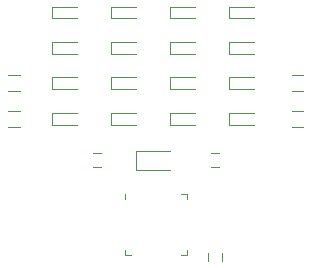
<source format=gbo>
G04 #@! TF.GenerationSoftware,KiCad,Pcbnew,5.1.9*
G04 #@! TF.CreationDate,2021-04-30T23:25:29+02:00*
G04 #@! TF.ProjectId,Watch,57617463-682e-46b6-9963-61645f706362,rev?*
G04 #@! TF.SameCoordinates,Original*
G04 #@! TF.FileFunction,Legend,Bot*
G04 #@! TF.FilePolarity,Positive*
%FSLAX46Y46*%
G04 Gerber Fmt 4.6, Leading zero omitted, Abs format (unit mm)*
G04 Created by KiCad (PCBNEW 5.1.9) date 2021-04-30 23:25:29*
%MOMM*%
%LPD*%
G01*
G04 APERTURE LIST*
%ADD10C,0.120000*%
G04 APERTURE END LIST*
D10*
X143094000Y-111536000D02*
X143094000Y-110836000D01*
X141894000Y-110836000D02*
X141894000Y-111536000D01*
X142150000Y-103600000D02*
X142850000Y-103600000D01*
X142850000Y-102400000D02*
X142150000Y-102400000D01*
X132850000Y-102400000D02*
X132150000Y-102400000D01*
X132150000Y-103600000D02*
X132850000Y-103600000D01*
X143700000Y-91000000D02*
X143700000Y-90000000D01*
X143700000Y-90000000D02*
X145800000Y-90000000D01*
X143700000Y-91000000D02*
X145800000Y-91000000D01*
X143700000Y-94000000D02*
X143700000Y-93000000D01*
X143700000Y-93000000D02*
X145800000Y-93000000D01*
X143700000Y-94000000D02*
X145800000Y-94000000D01*
X143700000Y-97000000D02*
X143700000Y-96000000D01*
X143700000Y-96000000D02*
X145800000Y-96000000D01*
X143700000Y-97000000D02*
X145800000Y-97000000D01*
X143700000Y-100000000D02*
X143700000Y-99000000D01*
X143700000Y-99000000D02*
X145800000Y-99000000D01*
X143700000Y-100000000D02*
X145800000Y-100000000D01*
X138700000Y-91000000D02*
X138700000Y-90000000D01*
X138700000Y-90000000D02*
X140800000Y-90000000D01*
X138700000Y-91000000D02*
X140800000Y-91000000D01*
X138700000Y-94000000D02*
X138700000Y-93000000D01*
X138700000Y-93000000D02*
X140800000Y-93000000D01*
X138700000Y-94000000D02*
X140800000Y-94000000D01*
X138700000Y-97000000D02*
X138700000Y-96000000D01*
X138700000Y-96000000D02*
X140800000Y-96000000D01*
X138700000Y-97000000D02*
X140800000Y-97000000D01*
X138700000Y-100000000D02*
X138700000Y-99000000D01*
X138700000Y-99000000D02*
X140800000Y-99000000D01*
X138700000Y-100000000D02*
X140800000Y-100000000D01*
X133700000Y-91000000D02*
X133700000Y-90000000D01*
X133700000Y-90000000D02*
X135800000Y-90000000D01*
X133700000Y-91000000D02*
X135800000Y-91000000D01*
X133700000Y-94000000D02*
X133700000Y-93000000D01*
X133700000Y-93000000D02*
X135800000Y-93000000D01*
X133700000Y-94000000D02*
X135800000Y-94000000D01*
X133700000Y-97000000D02*
X133700000Y-96000000D01*
X133700000Y-96000000D02*
X135800000Y-96000000D01*
X133700000Y-97000000D02*
X135800000Y-97000000D01*
X133700000Y-100000000D02*
X133700000Y-99000000D01*
X133700000Y-99000000D02*
X135800000Y-99000000D01*
X133700000Y-100000000D02*
X135800000Y-100000000D01*
X128700000Y-91000000D02*
X128700000Y-90000000D01*
X128700000Y-90000000D02*
X130800000Y-90000000D01*
X128700000Y-91000000D02*
X130800000Y-91000000D01*
X128700000Y-94000000D02*
X128700000Y-93000000D01*
X128700000Y-93000000D02*
X130800000Y-93000000D01*
X128700000Y-94000000D02*
X130800000Y-94000000D01*
X128700000Y-97000000D02*
X128700000Y-96000000D01*
X128700000Y-96000000D02*
X130800000Y-96000000D01*
X128700000Y-97000000D02*
X130800000Y-97000000D01*
X128700000Y-100000000D02*
X128700000Y-99000000D01*
X128700000Y-99000000D02*
X130800000Y-99000000D01*
X128700000Y-100000000D02*
X130800000Y-100000000D01*
X125000000Y-97180000D02*
X126000000Y-97180000D01*
X126000000Y-95820000D02*
X125000000Y-95820000D01*
X125000000Y-100180000D02*
X126000000Y-100180000D01*
X126000000Y-98820000D02*
X125000000Y-98820000D01*
X150000000Y-95820000D02*
X149000000Y-95820000D01*
X149000000Y-97180000D02*
X150000000Y-97180000D01*
X150000000Y-98820000D02*
X149000000Y-98820000D01*
X149000000Y-100180000D02*
X150000000Y-100180000D01*
X138700000Y-103800000D02*
X135850000Y-103800000D01*
X135850000Y-103800000D02*
X135850000Y-102200000D01*
X135850000Y-102200000D02*
X138700000Y-102200000D01*
X134890000Y-110593000D02*
X134890000Y-111068000D01*
X134890000Y-111068000D02*
X135365000Y-111068000D01*
X140110000Y-106323000D02*
X140110000Y-105848000D01*
X140110000Y-105848000D02*
X139635000Y-105848000D01*
X140110000Y-110593000D02*
X140110000Y-111068000D01*
X140110000Y-111068000D02*
X139635000Y-111068000D01*
X134890000Y-106323000D02*
X134890000Y-105848000D01*
M02*

</source>
